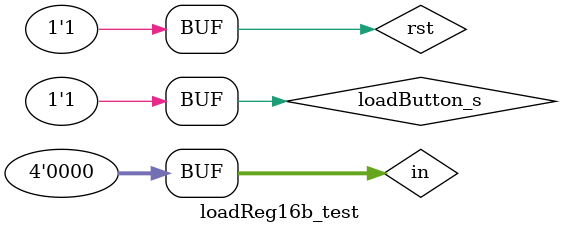
<source format=v>
module loadReg16b_test();
	reg rst, loadButton_s;
	reg[3:0] in;
	wire[15:0] out;
	



	loadReg16b a(rst, loadButton_s, in, out);

	initial begin
	rst = 0; loadButton_s = 0; in = 4'b1011;
	#25
	rst = 1;
	#30
	loadButton_s = 1;
	#50
	in = 4'b1111;
	#40
	loadButton_s = 0;
	#50
	loadButton_s = 1;
	#50
	in = 4'b0001;
	#40
	loadButton_s = 0;
	#50
	loadButton_s = 1;
	#50
	in = 4'b1000;
	#40
	loadButton_s = 0;
	#50
	loadButton_s = 1;
	#50
	in = 4'b0000;
	#40
	loadButton_s = 0;
	#50
	loadButton_s = 1;
	end
endmodule

</source>
